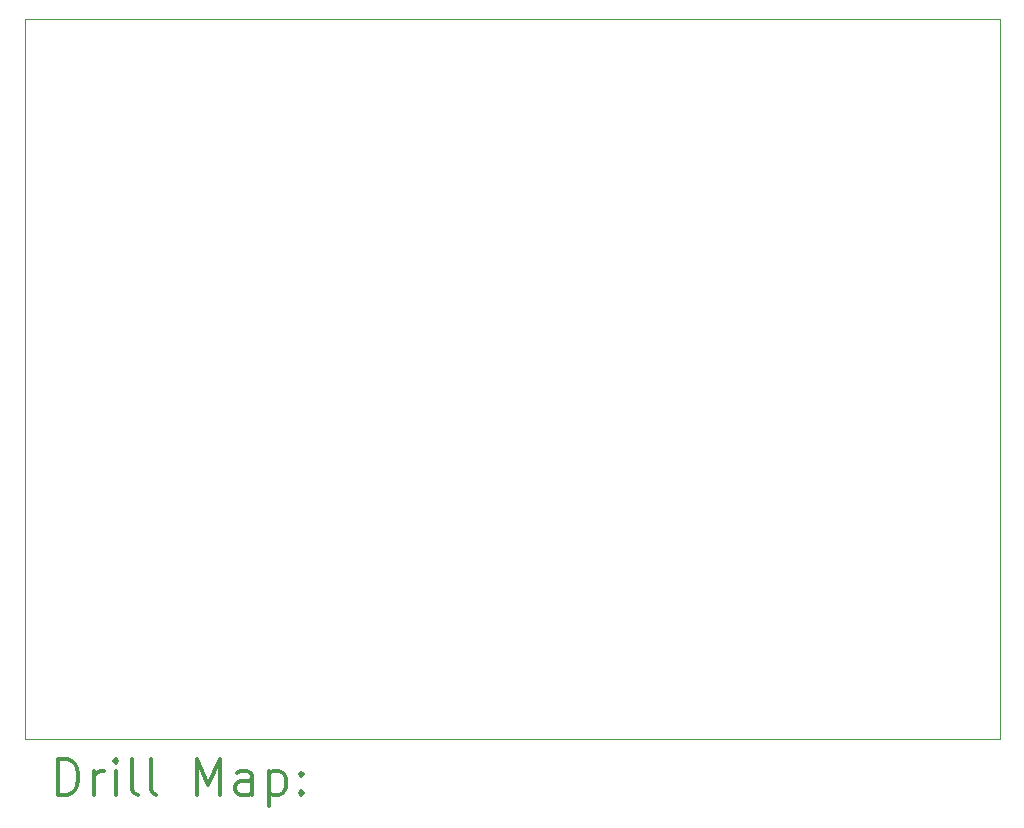
<source format=gbr>
%FSLAX45Y45*%
G04 Gerber Fmt 4.5, Leading zero omitted, Abs format (unit mm)*
G04 Created by KiCad (PCBNEW (5.1.10)-1) date 2021-09-16 20:11:32*
%MOMM*%
%LPD*%
G01*
G04 APERTURE LIST*
%TA.AperFunction,Profile*%
%ADD10C,0.050000*%
%TD*%
%ADD11C,0.200000*%
%ADD12C,0.300000*%
G04 APERTURE END LIST*
D10*
X5969000Y-9271000D02*
X5969000Y-3175000D01*
X14224000Y-9271000D02*
X5969000Y-9271000D01*
X14224000Y-3175000D02*
X14224000Y-9271000D01*
X5969000Y-3175000D02*
X14224000Y-3175000D01*
D11*
D12*
X6252928Y-9739214D02*
X6252928Y-9439214D01*
X6324357Y-9439214D01*
X6367214Y-9453500D01*
X6395786Y-9482072D01*
X6410071Y-9510643D01*
X6424357Y-9567786D01*
X6424357Y-9610643D01*
X6410071Y-9667786D01*
X6395786Y-9696357D01*
X6367214Y-9724929D01*
X6324357Y-9739214D01*
X6252928Y-9739214D01*
X6552928Y-9739214D02*
X6552928Y-9539214D01*
X6552928Y-9596357D02*
X6567214Y-9567786D01*
X6581500Y-9553500D01*
X6610071Y-9539214D01*
X6638643Y-9539214D01*
X6738643Y-9739214D02*
X6738643Y-9539214D01*
X6738643Y-9439214D02*
X6724357Y-9453500D01*
X6738643Y-9467786D01*
X6752928Y-9453500D01*
X6738643Y-9439214D01*
X6738643Y-9467786D01*
X6924357Y-9739214D02*
X6895786Y-9724929D01*
X6881500Y-9696357D01*
X6881500Y-9439214D01*
X7081500Y-9739214D02*
X7052928Y-9724929D01*
X7038643Y-9696357D01*
X7038643Y-9439214D01*
X7424357Y-9739214D02*
X7424357Y-9439214D01*
X7524357Y-9653500D01*
X7624357Y-9439214D01*
X7624357Y-9739214D01*
X7895786Y-9739214D02*
X7895786Y-9582072D01*
X7881500Y-9553500D01*
X7852928Y-9539214D01*
X7795786Y-9539214D01*
X7767214Y-9553500D01*
X7895786Y-9724929D02*
X7867214Y-9739214D01*
X7795786Y-9739214D01*
X7767214Y-9724929D01*
X7752928Y-9696357D01*
X7752928Y-9667786D01*
X7767214Y-9639214D01*
X7795786Y-9624929D01*
X7867214Y-9624929D01*
X7895786Y-9610643D01*
X8038643Y-9539214D02*
X8038643Y-9839214D01*
X8038643Y-9553500D02*
X8067214Y-9539214D01*
X8124357Y-9539214D01*
X8152928Y-9553500D01*
X8167214Y-9567786D01*
X8181500Y-9596357D01*
X8181500Y-9682072D01*
X8167214Y-9710643D01*
X8152928Y-9724929D01*
X8124357Y-9739214D01*
X8067214Y-9739214D01*
X8038643Y-9724929D01*
X8310071Y-9710643D02*
X8324357Y-9724929D01*
X8310071Y-9739214D01*
X8295786Y-9724929D01*
X8310071Y-9710643D01*
X8310071Y-9739214D01*
X8310071Y-9553500D02*
X8324357Y-9567786D01*
X8310071Y-9582072D01*
X8295786Y-9567786D01*
X8310071Y-9553500D01*
X8310071Y-9582072D01*
M02*

</source>
